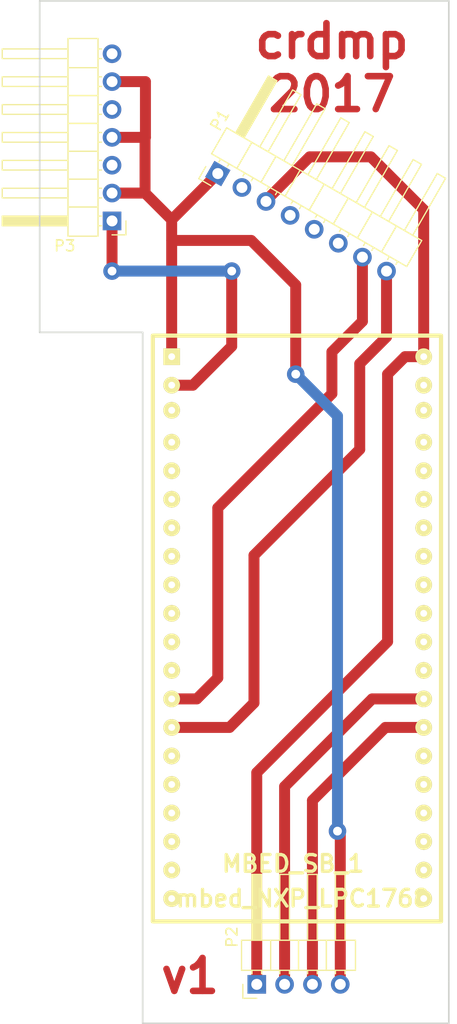
<source format=kicad_pcb>
(kicad_pcb (version 4) (host pcbnew 4.0.5)

  (general
    (links 12)
    (no_connects 0)
    (area 55.014999 64.440999 98.331291 157.809001)
    (thickness 1.6)
    (drawings 10)
    (tracks 57)
    (zones 0)
    (modules 4)
    (nets 48)
  )

  (page A4)
  (layers
    (0 F.Cu signal)
    (31 B.Cu signal)
    (32 B.Adhes user)
    (33 F.Adhes user)
    (34 B.Paste user)
    (35 F.Paste user)
    (36 B.SilkS user)
    (37 F.SilkS user)
    (38 B.Mask user)
    (39 F.Mask user)
    (40 Dwgs.User user)
    (41 Cmts.User user)
    (42 Eco1.User user)
    (43 Eco2.User user)
    (44 Edge.Cuts user)
    (45 Margin user)
    (46 B.CrtYd user)
    (47 F.CrtYd user)
    (48 B.Fab user)
    (49 F.Fab user)
  )

  (setup
    (last_trace_width 1)
    (trace_clearance 0.8)
    (zone_clearance 0.508)
    (zone_45_only no)
    (trace_min 0.2)
    (segment_width 0.2)
    (edge_width 0.15)
    (via_size 1.6)
    (via_drill 0.8)
    (via_min_size 0.4)
    (via_min_drill 0.3)
    (uvia_size 0.3)
    (uvia_drill 0.1)
    (uvias_allowed no)
    (uvia_min_size 0.2)
    (uvia_min_drill 0.1)
    (pcb_text_width 0.3)
    (pcb_text_size 1.5 1.5)
    (mod_edge_width 0.15)
    (mod_text_size 1 1)
    (mod_text_width 0.15)
    (pad_size 1.7 1.7)
    (pad_drill 1)
    (pad_to_mask_clearance 0.2)
    (aux_axis_origin 0 0)
    (visible_elements FFFFFF7F)
    (pcbplotparams
      (layerselection 0x01000_00000001)
      (usegerberextensions false)
      (excludeedgelayer true)
      (linewidth 0.100000)
      (plotframeref false)
      (viasonmask false)
      (mode 1)
      (useauxorigin false)
      (hpglpennumber 1)
      (hpglpenspeed 20)
      (hpglpendiameter 15)
      (hpglpenoverlay 2)
      (psnegative false)
      (psa4output false)
      (plotreference true)
      (plotvalue true)
      (plotinvisibletext false)
      (padsonsilk false)
      (subtractmaskfromsilk false)
      (outputformat 1)
      (mirror false)
      (drillshape 0)
      (scaleselection 1)
      (outputdirectory ""))
  )

  (net 0 "")
  (net 1 "Net-(MBED_SB_1-Pad21)")
  (net 2 "Net-(MBED_SB_1-Pad22)")
  (net 3 "Net-(MBED_SB_1-Pad23)")
  (net 4 "Net-(MBED_SB_1-Pad24)")
  (net 5 "Net-(MBED_SB_1-Pad25)")
  (net 6 "Net-(MBED_SB_1-Pad26)")
  (net 7 /SCL)
  (net 8 /SDA)
  (net 9 "Net-(MBED_SB_1-Pad29)")
  (net 10 "Net-(MBED_SB_1-Pad30)")
  (net 11 "Net-(MBED_SB_1-Pad31)")
  (net 12 "Net-(MBED_SB_1-Pad32)")
  (net 13 "Net-(MBED_SB_1-Pad33)")
  (net 14 "Net-(MBED_SB_1-Pad34)")
  (net 15 "Net-(MBED_SB_1-Pad35)")
  (net 16 "Net-(MBED_SB_1-Pad36)")
  (net 17 "Net-(MBED_SB_1-Pad37)")
  (net 18 "Net-(MBED_SB_1-Pad38)")
  (net 19 "Net-(MBED_SB_1-Pad39)")
  (net 20 +3V3)
  (net 21 GND)
  (net 22 +5V)
  (net 23 "Net-(MBED_SB_1-Pad3)")
  (net 24 "Net-(MBED_SB_1-Pad4)")
  (net 25 "Net-(MBED_SB_1-Pad5)")
  (net 26 "Net-(MBED_SB_1-Pad6)")
  (net 27 "Net-(MBED_SB_1-Pad7)")
  (net 28 "Net-(MBED_SB_1-Pad8)")
  (net 29 "Net-(MBED_SB_1-Pad9)")
  (net 30 "Net-(MBED_SB_1-Pad10)")
  (net 31 "Net-(MBED_SB_1-Pad11)")
  (net 32 "Net-(MBED_SB_1-Pad12)")
  (net 33 Rx)
  (net 34 Tx)
  (net 35 "Net-(MBED_SB_1-Pad15)")
  (net 36 "Net-(MBED_SB_1-Pad16)")
  (net 37 "Net-(MBED_SB_1-Pad17)")
  (net 38 "Net-(MBED_SB_1-Pad18)")
  (net 39 "Net-(MBED_SB_1-Pad19)")
  (net 40 "Net-(MBED_SB_1-Pad20)")
  (net 41 "Net-(P1-Pad2)")
  (net 42 "Net-(P1-Pad4)")
  (net 43 "Net-(P1-Pad5)")
  (net 44 "Net-(P1-Pad6)")
  (net 45 "Net-(P3-Pad3)")
  (net 46 "Net-(P3-Pad5)")
  (net 47 "Net-(P3-Pad7)")

  (net_class Default "This is the default net class."
    (clearance 0.8)
    (trace_width 1)
    (via_dia 1.6)
    (via_drill 0.8)
    (uvia_dia 0.3)
    (uvia_drill 0.1)
    (add_net +3V3)
    (add_net +5V)
    (add_net /SCL)
    (add_net /SDA)
    (add_net GND)
    (add_net "Net-(MBED_SB_1-Pad10)")
    (add_net "Net-(MBED_SB_1-Pad11)")
    (add_net "Net-(MBED_SB_1-Pad12)")
    (add_net "Net-(MBED_SB_1-Pad15)")
    (add_net "Net-(MBED_SB_1-Pad16)")
    (add_net "Net-(MBED_SB_1-Pad17)")
    (add_net "Net-(MBED_SB_1-Pad18)")
    (add_net "Net-(MBED_SB_1-Pad19)")
    (add_net "Net-(MBED_SB_1-Pad20)")
    (add_net "Net-(MBED_SB_1-Pad21)")
    (add_net "Net-(MBED_SB_1-Pad22)")
    (add_net "Net-(MBED_SB_1-Pad23)")
    (add_net "Net-(MBED_SB_1-Pad24)")
    (add_net "Net-(MBED_SB_1-Pad25)")
    (add_net "Net-(MBED_SB_1-Pad26)")
    (add_net "Net-(MBED_SB_1-Pad29)")
    (add_net "Net-(MBED_SB_1-Pad3)")
    (add_net "Net-(MBED_SB_1-Pad30)")
    (add_net "Net-(MBED_SB_1-Pad31)")
    (add_net "Net-(MBED_SB_1-Pad32)")
    (add_net "Net-(MBED_SB_1-Pad33)")
    (add_net "Net-(MBED_SB_1-Pad34)")
    (add_net "Net-(MBED_SB_1-Pad35)")
    (add_net "Net-(MBED_SB_1-Pad36)")
    (add_net "Net-(MBED_SB_1-Pad37)")
    (add_net "Net-(MBED_SB_1-Pad38)")
    (add_net "Net-(MBED_SB_1-Pad39)")
    (add_net "Net-(MBED_SB_1-Pad4)")
    (add_net "Net-(MBED_SB_1-Pad5)")
    (add_net "Net-(MBED_SB_1-Pad6)")
    (add_net "Net-(MBED_SB_1-Pad7)")
    (add_net "Net-(MBED_SB_1-Pad8)")
    (add_net "Net-(MBED_SB_1-Pad9)")
    (add_net "Net-(P1-Pad2)")
    (add_net "Net-(P1-Pad4)")
    (add_net "Net-(P1-Pad5)")
    (add_net "Net-(P1-Pad6)")
    (add_net "Net-(P3-Pad3)")
    (add_net "Net-(P3-Pad5)")
    (add_net "Net-(P3-Pad7)")
    (add_net Rx)
    (add_net Tx)
  )

  (module mbed:LPC1768 (layer F.Cu) (tedit 52D00E10) (tstamp 5875596A)
    (at 83.312 121.666)
    (path /58755815)
    (fp_text reference MBED_SB_1 (at -0.7493 21.51126) (layer F.SilkS)
      (effects (font (thickness 0.3048)))
    )
    (fp_text value mbed_NXP_LPC1768 (at 0.12954 24.68118) (layer F.SilkS)
      (effects (font (thickness 0.3048)))
    )
    (fp_line (start -0.39878 -26.62936) (end 12.7508 -26.62936) (layer F.SilkS) (width 0.381))
    (fp_line (start 12.7508 -26.62936) (end 12.7508 26.7716) (layer F.SilkS) (width 0.381))
    (fp_line (start 12.7508 26.7716) (end -13.54836 26.7716) (layer F.SilkS) (width 0.381))
    (fp_line (start -13.54836 26.7716) (end -13.54836 -26.62936) (layer F.SilkS) (width 0.381))
    (fp_line (start -13.54836 -26.62936) (end 0.65024 -26.62936) (layer F.SilkS) (width 0.381))
    (fp_line (start 0.65024 -26.62936) (end 0.6604 -26.62936) (layer F.SilkS) (width 0.381))
    (pad 21 thru_hole circle (at 11.17092 24.69134) (size 1.524 1.524) (drill 0.61976) (layers *.Cu *.Mask F.SilkS)
      (net 1 "Net-(MBED_SB_1-Pad21)"))
    (pad 22 thru_hole circle (at 11.17092 22.09038) (size 1.524 1.524) (drill 0.61976) (layers *.Cu *.Mask F.SilkS)
      (net 2 "Net-(MBED_SB_1-Pad22)"))
    (pad 23 thru_hole circle (at 11.17092 19.49196) (size 1.524 1.524) (drill 0.61976) (layers *.Cu *.Mask F.SilkS)
      (net 3 "Net-(MBED_SB_1-Pad23)"))
    (pad 24 thru_hole circle (at 11.17092 16.891) (size 1.524 1.524) (drill 0.61976) (layers *.Cu *.Mask F.SilkS)
      (net 4 "Net-(MBED_SB_1-Pad24)"))
    (pad 25 thru_hole circle (at 11.17092 14.29004) (size 1.524 1.524) (drill 0.61976) (layers *.Cu *.Mask F.SilkS)
      (net 5 "Net-(MBED_SB_1-Pad25)"))
    (pad 26 thru_hole circle (at 11.17092 11.69162) (size 1.524 1.524) (drill 0.61976) (layers *.Cu *.Mask F.SilkS)
      (net 6 "Net-(MBED_SB_1-Pad26)"))
    (pad 27 thru_hole circle (at 11.17092 9.09066) (size 1.524 1.524) (drill 0.61976) (layers *.Cu *.Mask F.SilkS)
      (net 7 /SCL))
    (pad 28 thru_hole circle (at 11.17092 6.4897) (size 1.524 1.524) (drill 0.61976) (layers *.Cu *.Mask F.SilkS)
      (net 8 /SDA))
    (pad 29 thru_hole circle (at 11.17092 3.89128) (size 1.524 1.524) (drill 0.61976) (layers *.Cu *.Mask F.SilkS)
      (net 9 "Net-(MBED_SB_1-Pad29)"))
    (pad 30 thru_hole circle (at 11.17092 1.29032) (size 1.524 1.524) (drill 0.61976) (layers *.Cu *.Mask F.SilkS)
      (net 10 "Net-(MBED_SB_1-Pad30)"))
    (pad 31 thru_hole circle (at 11.17092 -1.3081) (size 1.524 1.524) (drill 0.61976) (layers *.Cu *.Mask F.SilkS)
      (net 11 "Net-(MBED_SB_1-Pad31)"))
    (pad 32 thru_hole circle (at 11.17092 -3.90906) (size 1.524 1.524) (drill 0.61976) (layers *.Cu *.Mask F.SilkS)
      (net 12 "Net-(MBED_SB_1-Pad32)"))
    (pad 33 thru_hole circle (at 11.17092 -6.51002) (size 1.524 1.524) (drill 0.61976) (layers *.Cu *.Mask F.SilkS)
      (net 13 "Net-(MBED_SB_1-Pad33)"))
    (pad 34 thru_hole circle (at 11.17092 -9.10844) (size 1.524 1.524) (drill 0.61976) (layers *.Cu *.Mask F.SilkS)
      (net 14 "Net-(MBED_SB_1-Pad34)"))
    (pad 35 thru_hole circle (at 11.17092 -11.7094) (size 1.524 1.524) (drill 0.61976) (layers *.Cu *.Mask F.SilkS)
      (net 15 "Net-(MBED_SB_1-Pad35)"))
    (pad 36 thru_hole circle (at 11.17092 -14.31036) (size 1.524 1.524) (drill 0.61976) (layers *.Cu *.Mask F.SilkS)
      (net 16 "Net-(MBED_SB_1-Pad36)"))
    (pad 37 thru_hole circle (at 11.17092 -16.90878) (size 1.524 1.524) (drill 0.61976) (layers *.Cu *.Mask F.SilkS)
      (net 17 "Net-(MBED_SB_1-Pad37)"))
    (pad 38 thru_hole circle (at 11.17092 -19.81962) (size 1.524 1.524) (drill 0.61976) (layers *.Cu *.Mask F.SilkS)
      (net 18 "Net-(MBED_SB_1-Pad38)"))
    (pad 39 thru_hole circle (at 11.17092 -22.10816) (size 1.524 1.524) (drill 0.61976) (layers *.Cu *.Mask F.SilkS)
      (net 19 "Net-(MBED_SB_1-Pad39)"))
    (pad 40 thru_hole circle (at 11.17092 -24.70912) (size 1.524 1.524) (drill 0.61976) (layers *.Cu *.Mask F.SilkS)
      (net 20 +3V3))
    (pad 1 thru_hole rect (at -11.82878 -24.70912) (size 1.524 1.524) (drill 0.61976) (layers *.Cu *.Mask F.SilkS)
      (net 21 GND))
    (pad 2 thru_hole circle (at -11.82878 -22.10816) (size 1.524 1.524) (drill 0.61976) (layers *.Cu *.Mask F.SilkS)
      (net 22 +5V))
    (pad 3 thru_hole circle (at -11.82878 -19.81962) (size 1.524 1.524) (drill 0.61976) (layers *.Cu *.Mask F.SilkS)
      (net 23 "Net-(MBED_SB_1-Pad3)"))
    (pad 4 thru_hole circle (at -11.82878 -16.90878) (size 1.524 1.524) (drill 0.61976) (layers *.Cu *.Mask F.SilkS)
      (net 24 "Net-(MBED_SB_1-Pad4)"))
    (pad 5 thru_hole circle (at -11.82878 -14.31036) (size 1.524 1.524) (drill 0.61976) (layers *.Cu *.Mask F.SilkS)
      (net 25 "Net-(MBED_SB_1-Pad5)"))
    (pad 6 thru_hole circle (at -11.82878 -11.7094) (size 1.524 1.524) (drill 0.61976) (layers *.Cu *.Mask F.SilkS)
      (net 26 "Net-(MBED_SB_1-Pad6)"))
    (pad 7 thru_hole circle (at -11.82878 -9.10844) (size 1.524 1.524) (drill 0.61976) (layers *.Cu *.Mask F.SilkS)
      (net 27 "Net-(MBED_SB_1-Pad7)"))
    (pad 8 thru_hole circle (at -11.82878 -6.51002) (size 1.524 1.524) (drill 0.61976) (layers *.Cu *.Mask F.SilkS)
      (net 28 "Net-(MBED_SB_1-Pad8)"))
    (pad 9 thru_hole circle (at -11.82878 -3.90906) (size 1.524 1.524) (drill 0.61976) (layers *.Cu *.Mask F.SilkS)
      (net 29 "Net-(MBED_SB_1-Pad9)"))
    (pad 10 thru_hole circle (at -11.82878 -1.3081) (size 1.524 1.524) (drill 0.61976) (layers *.Cu *.Mask F.SilkS)
      (net 30 "Net-(MBED_SB_1-Pad10)"))
    (pad 11 thru_hole circle (at -11.82878 1.29032) (size 1.524 1.524) (drill 0.61976) (layers *.Cu *.Mask F.SilkS)
      (net 31 "Net-(MBED_SB_1-Pad11)"))
    (pad 12 thru_hole circle (at -11.82878 3.89128) (size 1.524 1.524) (drill 0.61976) (layers *.Cu *.Mask F.SilkS)
      (net 32 "Net-(MBED_SB_1-Pad12)"))
    (pad 13 thru_hole circle (at -11.82878 6.4897) (size 1.524 1.524) (drill 0.61976) (layers *.Cu *.Mask F.SilkS)
      (net 33 Rx))
    (pad 14 thru_hole circle (at -11.82878 9.09066) (size 1.524 1.524) (drill 0.61976) (layers *.Cu *.Mask F.SilkS)
      (net 34 Tx))
    (pad 15 thru_hole circle (at -11.82878 11.69162) (size 1.524 1.524) (drill 0.61976) (layers *.Cu *.Mask F.SilkS)
      (net 35 "Net-(MBED_SB_1-Pad15)"))
    (pad 16 thru_hole circle (at -11.82878 14.29004) (size 1.524 1.524) (drill 0.61976) (layers *.Cu *.Mask F.SilkS)
      (net 36 "Net-(MBED_SB_1-Pad16)"))
    (pad 17 thru_hole circle (at -11.82878 16.891) (size 1.524 1.524) (drill 0.61976) (layers *.Cu *.Mask F.SilkS)
      (net 37 "Net-(MBED_SB_1-Pad17)"))
    (pad 18 thru_hole circle (at -11.82878 19.49196) (size 1.524 1.524) (drill 0.61976) (layers *.Cu *.Mask F.SilkS)
      (net 38 "Net-(MBED_SB_1-Pad18)"))
    (pad 19 thru_hole circle (at -11.82878 22.09038) (size 1.524 1.524) (drill 0.61976) (layers *.Cu *.Mask F.SilkS)
      (net 39 "Net-(MBED_SB_1-Pad19)"))
    (pad 20 thru_hole circle (at -11.82878 24.69134) (size 1.524 1.524) (drill 0.61976) (layers *.Cu *.Mask F.SilkS)
      (net 40 "Net-(MBED_SB_1-Pad20)"))
  )

  (module Pin_Headers:Pin_Header_Angled_1x08_Pitch2.54mm (layer F.Cu) (tedit 58755A0D) (tstamp 58755A13)
    (at 75.692 80.264 60)
    (descr "Through hole angled pin header, 1x08, 2.54mm pitch, 6mm pin length, single row")
    (tags "Through hole angled pin header THT 1x08 2.54mm single row")
    (path /58756259)
    (fp_text reference P1 (at 4.315 -2.27 60) (layer F.SilkS)
      (effects (font (size 1 1) (thickness 0.15)))
    )
    (fp_text value Lora (at 4.315 20.05 60) (layer F.Fab)
      (effects (font (size 1 1) (thickness 0.15)))
    )
    (fp_line (start 1.4 -1.27) (end 1.4 1.27) (layer F.Fab) (width 0.1))
    (fp_line (start 1.4 1.27) (end 3.9 1.27) (layer F.Fab) (width 0.1))
    (fp_line (start 3.9 1.27) (end 3.9 -1.27) (layer F.Fab) (width 0.1))
    (fp_line (start 3.9 -1.27) (end 1.4 -1.27) (layer F.Fab) (width 0.1))
    (fp_line (start 0 -0.32) (end 0 0.32) (layer F.Fab) (width 0.1))
    (fp_line (start 0 0.32) (end 9.9 0.32) (layer F.Fab) (width 0.1))
    (fp_line (start 9.9 0.32) (end 9.9 -0.32) (layer F.Fab) (width 0.1))
    (fp_line (start 9.9 -0.32) (end 0 -0.32) (layer F.Fab) (width 0.1))
    (fp_line (start 1.4 1.27) (end 1.4 3.81) (layer F.Fab) (width 0.1))
    (fp_line (start 1.4 3.81) (end 3.9 3.81) (layer F.Fab) (width 0.1))
    (fp_line (start 3.9 3.81) (end 3.9 1.27) (layer F.Fab) (width 0.1))
    (fp_line (start 3.9 1.27) (end 1.4 1.27) (layer F.Fab) (width 0.1))
    (fp_line (start 0 2.22) (end 0 2.86) (layer F.Fab) (width 0.1))
    (fp_line (start 0 2.86) (end 9.9 2.86) (layer F.Fab) (width 0.1))
    (fp_line (start 9.9 2.86) (end 9.9 2.22) (layer F.Fab) (width 0.1))
    (fp_line (start 9.9 2.22) (end 0 2.22) (layer F.Fab) (width 0.1))
    (fp_line (start 1.4 3.81) (end 1.4 6.35) (layer F.Fab) (width 0.1))
    (fp_line (start 1.4 6.35) (end 3.9 6.35) (layer F.Fab) (width 0.1))
    (fp_line (start 3.9 6.35) (end 3.9 3.81) (layer F.Fab) (width 0.1))
    (fp_line (start 3.9 3.81) (end 1.4 3.81) (layer F.Fab) (width 0.1))
    (fp_line (start 0 4.76) (end 0 5.4) (layer F.Fab) (width 0.1))
    (fp_line (start 0 5.4) (end 9.9 5.4) (layer F.Fab) (width 0.1))
    (fp_line (start 9.9 5.4) (end 9.9 4.76) (layer F.Fab) (width 0.1))
    (fp_line (start 9.9 4.76) (end 0 4.76) (layer F.Fab) (width 0.1))
    (fp_line (start 1.4 6.35) (end 1.4 8.89) (layer F.Fab) (width 0.1))
    (fp_line (start 1.4 8.89) (end 3.9 8.89) (layer F.Fab) (width 0.1))
    (fp_line (start 3.9 8.89) (end 3.9 6.35) (layer F.Fab) (width 0.1))
    (fp_line (start 3.9 6.35) (end 1.4 6.35) (layer F.Fab) (width 0.1))
    (fp_line (start 0 7.3) (end 0 7.94) (layer F.Fab) (width 0.1))
    (fp_line (start 0 7.94) (end 9.9 7.94) (layer F.Fab) (width 0.1))
    (fp_line (start 9.9 7.94) (end 9.9 7.3) (layer F.Fab) (width 0.1))
    (fp_line (start 9.9 7.3) (end 0 7.3) (layer F.Fab) (width 0.1))
    (fp_line (start 1.4 8.89) (end 1.4 11.43) (layer F.Fab) (width 0.1))
    (fp_line (start 1.4 11.43) (end 3.9 11.43) (layer F.Fab) (width 0.1))
    (fp_line (start 3.9 11.43) (end 3.9 8.89) (layer F.Fab) (width 0.1))
    (fp_line (start 3.9 8.89) (end 1.4 8.89) (layer F.Fab) (width 0.1))
    (fp_line (start 0 9.84) (end 0 10.48) (layer F.Fab) (width 0.1))
    (fp_line (start 0 10.48) (end 9.9 10.48) (layer F.Fab) (width 0.1))
    (fp_line (start 9.9 10.48) (end 9.9 9.84) (layer F.Fab) (width 0.1))
    (fp_line (start 9.9 9.84) (end 0 9.84) (layer F.Fab) (width 0.1))
    (fp_line (start 1.4 11.43) (end 1.4 13.97) (layer F.Fab) (width 0.1))
    (fp_line (start 1.4 13.97) (end 3.9 13.97) (layer F.Fab) (width 0.1))
    (fp_line (start 3.9 13.97) (end 3.9 11.43) (layer F.Fab) (width 0.1))
    (fp_line (start 3.9 11.43) (end 1.4 11.43) (layer F.Fab) (width 0.1))
    (fp_line (start 0 12.38) (end 0 13.02) (layer F.Fab) (width 0.1))
    (fp_line (start 0 13.02) (end 9.9 13.02) (layer F.Fab) (width 0.1))
    (fp_line (start 9.9 13.02) (end 9.9 12.38) (layer F.Fab) (width 0.1))
    (fp_line (start 9.9 12.38) (end 0 12.38) (layer F.Fab) (width 0.1))
    (fp_line (start 1.4 13.97) (end 1.4 16.51) (layer F.Fab) (width 0.1))
    (fp_line (start 1.4 16.51) (end 3.9 16.51) (layer F.Fab) (width 0.1))
    (fp_line (start 3.9 16.51) (end 3.9 13.97) (layer F.Fab) (width 0.1))
    (fp_line (start 3.9 13.97) (end 1.4 13.97) (layer F.Fab) (width 0.1))
    (fp_line (start 0 14.92) (end 0 15.56) (layer F.Fab) (width 0.1))
    (fp_line (start 0 15.56) (end 9.9 15.56) (layer F.Fab) (width 0.1))
    (fp_line (start 9.9 15.56) (end 9.9 14.92) (layer F.Fab) (width 0.1))
    (fp_line (start 9.9 14.92) (end 0 14.92) (layer F.Fab) (width 0.1))
    (fp_line (start 1.4 16.51) (end 1.4 19.05) (layer F.Fab) (width 0.1))
    (fp_line (start 1.4 19.05) (end 3.9 19.05) (layer F.Fab) (width 0.1))
    (fp_line (start 3.9 19.05) (end 3.9 16.51) (layer F.Fab) (width 0.1))
    (fp_line (start 3.9 16.51) (end 1.4 16.51) (layer F.Fab) (width 0.1))
    (fp_line (start 0 17.46) (end 0 18.1) (layer F.Fab) (width 0.1))
    (fp_line (start 0 18.1) (end 9.9 18.1) (layer F.Fab) (width 0.1))
    (fp_line (start 9.9 18.1) (end 9.9 17.46) (layer F.Fab) (width 0.1))
    (fp_line (start 9.9 17.46) (end 0 17.46) (layer F.Fab) (width 0.1))
    (fp_line (start 1.28 -1.39) (end 1.28 1.27) (layer F.SilkS) (width 0.12))
    (fp_line (start 1.28 1.27) (end 4.02 1.27) (layer F.SilkS) (width 0.12))
    (fp_line (start 4.02 1.27) (end 4.02 -1.39) (layer F.SilkS) (width 0.12))
    (fp_line (start 4.02 -1.39) (end 1.28 -1.39) (layer F.SilkS) (width 0.12))
    (fp_line (start 4.02 -0.44) (end 4.02 0.44) (layer F.SilkS) (width 0.12))
    (fp_line (start 4.02 0.44) (end 10.02 0.44) (layer F.SilkS) (width 0.12))
    (fp_line (start 10.02 0.44) (end 10.02 -0.44) (layer F.SilkS) (width 0.12))
    (fp_line (start 10.02 -0.44) (end 4.02 -0.44) (layer F.SilkS) (width 0.12))
    (fp_line (start 0.97 -0.44) (end 1.28 -0.44) (layer F.SilkS) (width 0.12))
    (fp_line (start 0.97 0.44) (end 1.28 0.44) (layer F.SilkS) (width 0.12))
    (fp_line (start 4.02 -0.32) (end 10.02 -0.32) (layer F.SilkS) (width 0.12))
    (fp_line (start 4.02 -0.2) (end 10.02 -0.2) (layer F.SilkS) (width 0.12))
    (fp_line (start 4.02 -0.08) (end 10.02 -0.08) (layer F.SilkS) (width 0.12))
    (fp_line (start 4.02 0.04) (end 10.02 0.04) (layer F.SilkS) (width 0.12))
    (fp_line (start 4.02 0.16) (end 10.02 0.16) (layer F.SilkS) (width 0.12))
    (fp_line (start 4.02 0.28) (end 10.02 0.28) (layer F.SilkS) (width 0.12))
    (fp_line (start 4.02 0.4) (end 10.02 0.4) (layer F.SilkS) (width 0.12))
    (fp_line (start 1.28 1.27) (end 1.28 3.81) (layer F.SilkS) (width 0.12))
    (fp_line (start 1.28 3.81) (end 4.02 3.81) (layer F.SilkS) (width 0.12))
    (fp_line (start 4.02 3.81) (end 4.02 1.27) (layer F.SilkS) (width 0.12))
    (fp_line (start 4.02 1.27) (end 1.28 1.27) (layer F.SilkS) (width 0.12))
    (fp_line (start 4.02 2.1) (end 4.02 2.98) (layer F.SilkS) (width 0.12))
    (fp_line (start 4.02 2.98) (end 10.02 2.98) (layer F.SilkS) (width 0.12))
    (fp_line (start 10.02 2.98) (end 10.02 2.1) (layer F.SilkS) (width 0.12))
    (fp_line (start 10.02 2.1) (end 4.02 2.1) (layer F.SilkS) (width 0.12))
    (fp_line (start 0.97 2.1) (end 1.28 2.1) (layer F.SilkS) (width 0.12))
    (fp_line (start 0.97 2.98) (end 1.28 2.98) (layer F.SilkS) (width 0.12))
    (fp_line (start 1.28 3.81) (end 1.28 6.35) (layer F.SilkS) (width 0.12))
    (fp_line (start 1.28 6.35) (end 4.02 6.35) (layer F.SilkS) (width 0.12))
    (fp_line (start 4.02 6.35) (end 4.02 3.81) (layer F.SilkS) (width 0.12))
    (fp_line (start 4.02 3.81) (end 1.28 3.81) (layer F.SilkS) (width 0.12))
    (fp_line (start 4.02 4.64) (end 4.02 5.52) (layer F.SilkS) (width 0.12))
    (fp_line (start 4.02 5.52) (end 10.02 5.52) (layer F.SilkS) (width 0.12))
    (fp_line (start 10.02 5.52) (end 10.02 4.64) (layer F.SilkS) (width 0.12))
    (fp_line (start 10.02 4.64) (end 4.02 4.64) (layer F.SilkS) (width 0.12))
    (fp_line (start 0.97 4.64) (end 1.28 4.64) (layer F.SilkS) (width 0.12))
    (fp_line (start 0.97 5.52) (end 1.28 5.52) (layer F.SilkS) (width 0.12))
    (fp_line (start 1.28 6.35) (end 1.28 8.89) (layer F.SilkS) (width 0.12))
    (fp_line (start 1.28 8.89) (end 4.02 8.89) (layer F.SilkS) (width 0.12))
    (fp_line (start 4.02 8.89) (end 4.02 6.35) (layer F.SilkS) (width 0.12))
    (fp_line (start 4.02 6.35) (end 1.28 6.35) (layer F.SilkS) (width 0.12))
    (fp_line (start 4.02 7.18) (end 4.02 8.06) (layer F.SilkS) (width 0.12))
    (fp_line (start 4.02 8.06) (end 10.02 8.06) (layer F.SilkS) (width 0.12))
    (fp_line (start 10.02 8.06) (end 10.02 7.18) (layer F.SilkS) (width 0.12))
    (fp_line (start 10.02 7.18) (end 4.02 7.18) (layer F.SilkS) (width 0.12))
    (fp_line (start 0.97 7.18) (end 1.28 7.18) (layer F.SilkS) (width 0.12))
    (fp_line (start 0.97 8.06) (end 1.28 8.06) (layer F.SilkS) (width 0.12))
    (fp_line (start 1.28 8.89) (end 1.28 11.43) (layer F.SilkS) (width 0.12))
    (fp_line (start 1.28 11.43) (end 4.02 11.43) (layer F.SilkS) (width 0.12))
    (fp_line (start 4.02 11.43) (end 4.02 8.89) (layer F.SilkS) (width 0.12))
    (fp_line (start 4.02 8.89) (end 1.28 8.89) (layer F.SilkS) (width 0.12))
    (fp_line (start 4.02 9.72) (end 4.02 10.6) (layer F.SilkS) (width 0.12))
    (fp_line (start 4.02 10.6) (end 10.02 10.6) (layer F.SilkS) (width 0.12))
    (fp_line (start 10.02 10.6) (end 10.02 9.72) (layer F.SilkS) (width 0.12))
    (fp_line (start 10.02 9.72) (end 4.02 9.72) (layer F.SilkS) (width 0.12))
    (fp_line (start 0.97 9.72) (end 1.28 9.72) (layer F.SilkS) (width 0.12))
    (fp_line (start 0.97 10.6) (end 1.28 10.6) (layer F.SilkS) (width 0.12))
    (fp_line (start 1.28 11.43) (end 1.28 13.97) (layer F.SilkS) (width 0.12))
    (fp_line (start 1.28 13.97) (end 4.02 13.97) (layer F.SilkS) (width 0.12))
    (fp_line (start 4.02 13.97) (end 4.02 11.43) (layer F.SilkS) (width 0.12))
    (fp_line (start 4.02 11.43) (end 1.28 11.43) (layer F.SilkS) (width 0.12))
    (fp_line (start 4.02 12.26) (end 4.02 13.14) (layer F.SilkS) (width 0.12))
    (fp_line (start 4.02 13.14) (end 10.02 13.14) (layer F.SilkS) (width 0.12))
    (fp_line (start 10.02 13.14) (end 10.02 12.26) (layer F.SilkS) (width 0.12))
    (fp_line (start 10.02 12.26) (end 4.02 12.26) (layer F.SilkS) (width 0.12))
    (fp_line (start 0.97 12.26) (end 1.28 12.26) (layer F.SilkS) (width 0.12))
    (fp_line (start 0.97 13.14) (end 1.28 13.14) (layer F.SilkS) (width 0.12))
    (fp_line (start 1.28 13.97) (end 1.28 16.51) (layer F.SilkS) (width 0.12))
    (fp_line (start 1.28 16.51) (end 4.02 16.51) (layer F.SilkS) (width 0.12))
    (fp_line (start 4.02 16.51) (end 4.02 13.97) (layer F.SilkS) (width 0.12))
    (fp_line (start 4.02 13.97) (end 1.28 13.97) (layer F.SilkS) (width 0.12))
    (fp_line (start 4.02 14.8) (end 4.02 15.68) (layer F.SilkS) (width 0.12))
    (fp_line (start 4.02 15.68) (end 10.02 15.68) (layer F.SilkS) (width 0.12))
    (fp_line (start 10.02 15.68) (end 10.02 14.8) (layer F.SilkS) (width 0.12))
    (fp_line (start 10.02 14.8) (end 4.02 14.8) (layer F.SilkS) (width 0.12))
    (fp_line (start 0.97 14.8) (end 1.28 14.8) (layer F.SilkS) (width 0.12))
    (fp_line (start 0.97 15.68) (end 1.28 15.68) (layer F.SilkS) (width 0.12))
    (fp_line (start 1.28 16.51) (end 1.28 19.17) (layer F.SilkS) (width 0.12))
    (fp_line (start 1.28 19.17) (end 4.02 19.17) (layer F.SilkS) (width 0.12))
    (fp_line (start 4.02 19.17) (end 4.02 16.51) (layer F.SilkS) (width 0.12))
    (fp_line (start 4.02 16.51) (end 1.28 16.51) (layer F.SilkS) (width 0.12))
    (fp_line (start 4.02 17.34) (end 4.02 18.22) (layer F.SilkS) (width 0.12))
    (fp_line (start 4.02 18.22) (end 10.02 18.22) (layer F.SilkS) (width 0.12))
    (fp_line (start 10.02 18.22) (end 10.02 17.34) (layer F.SilkS) (width 0.12))
    (fp_line (start 10.02 17.34) (end 4.02 17.34) (layer F.SilkS) (width 0.12))
    (fp_line (start 0.97 17.34) (end 1.28 17.34) (layer F.SilkS) (width 0.12))
    (fp_line (start 0.97 18.22) (end 1.28 18.22) (layer F.SilkS) (width 0.12))
    (fp_line (start -1.27 0) (end -1.27 -1.27) (layer F.SilkS) (width 0.12))
    (fp_line (start -1.27 -1.27) (end 0 -1.27) (layer F.SilkS) (width 0.12))
    (fp_line (start -1.6 -1.6) (end -1.6 19.3) (layer F.CrtYd) (width 0.05))
    (fp_line (start -1.6 19.3) (end 10.2 19.3) (layer F.CrtYd) (width 0.05))
    (fp_line (start 10.2 19.3) (end 10.2 -1.6) (layer F.CrtYd) (width 0.05))
    (fp_line (start 10.2 -1.6) (end -1.6 -1.6) (layer F.CrtYd) (width 0.05))
    (pad 1 thru_hole rect (at 0 0 60) (size 1.7 1.7) (drill 1) (layers *.Cu *.Mask)
      (net 21 GND))
    (pad 2 thru_hole oval (at 0 2.54 60) (size 1.7 1.7) (drill 1) (layers *.Cu *.Mask)
      (net 41 "Net-(P1-Pad2)"))
    (pad 3 thru_hole oval (at 0 5.08 60) (size 1.7 1.7) (drill 1) (layers *.Cu *.Mask)
      (net 20 +3V3))
    (pad 4 thru_hole oval (at 0 7.62 60) (size 1.7 1.7) (drill 1) (layers *.Cu *.Mask)
      (net 42 "Net-(P1-Pad4)"))
    (pad 5 thru_hole oval (at 0 10.16 60) (size 1.7 1.7) (drill 1) (layers *.Cu *.Mask)
      (net 43 "Net-(P1-Pad5)"))
    (pad 6 thru_hole oval (at 0 12.7 60) (size 1.7 1.7) (drill 1) (layers *.Cu *.Mask)
      (net 44 "Net-(P1-Pad6)"))
    (pad 7 thru_hole oval (at 0 15.24 60) (size 1.7 1.7) (drill 1) (layers *.Cu *.Mask)
      (net 33 Rx))
    (pad 8 thru_hole oval (at 0 17.78 60) (size 1.7 1.7) (drill 1) (layers *.Cu *.Mask)
      (net 34 Tx))
    (model Pin_Headers.3dshapes/Pin_Header_Angled_1x08_Pitch2.54mm.wrl
      (at (xyz 0 -0.35 0))
      (scale (xyz 1 1 1))
      (rotate (xyz 0 0 90))
    )
  )

  (module Pin_Headers:Pin_Header_Angled_1x04_Pitch2.54mm (layer F.Cu) (tedit 58755A12) (tstamp 58755A70)
    (at 79.248 154.178 90)
    (descr "Through hole angled pin header, 1x04, 2.54mm pitch, 6mm pin length, single row")
    (tags "Through hole angled pin header THT 1x04 2.54mm single row")
    (path /58753F8F)
    (fp_text reference P2 (at 4.315 -2.27 90) (layer F.SilkS)
      (effects (font (size 1 1) (thickness 0.15)))
    )
    (fp_text value Sensor (at 4.315 9.89 90) (layer F.Fab)
      (effects (font (size 1 1) (thickness 0.15)))
    )
    (fp_line (start 1.4 -1.27) (end 1.4 1.27) (layer F.Fab) (width 0.1))
    (fp_line (start 1.4 1.27) (end 3.9 1.27) (layer F.Fab) (width 0.1))
    (fp_line (start 3.9 1.27) (end 3.9 -1.27) (layer F.Fab) (width 0.1))
    (fp_line (start 3.9 -1.27) (end 1.4 -1.27) (layer F.Fab) (width 0.1))
    (fp_line (start 0 -0.32) (end 0 0.32) (layer F.Fab) (width 0.1))
    (fp_line (start 0 0.32) (end 9.9 0.32) (layer F.Fab) (width 0.1))
    (fp_line (start 9.9 0.32) (end 9.9 -0.32) (layer F.Fab) (width 0.1))
    (fp_line (start 9.9 -0.32) (end 0 -0.32) (layer F.Fab) (width 0.1))
    (fp_line (start 1.4 1.27) (end 1.4 3.81) (layer F.Fab) (width 0.1))
    (fp_line (start 1.4 3.81) (end 3.9 3.81) (layer F.Fab) (width 0.1))
    (fp_line (start 3.9 3.81) (end 3.9 1.27) (layer F.Fab) (width 0.1))
    (fp_line (start 3.9 1.27) (end 1.4 1.27) (layer F.Fab) (width 0.1))
    (fp_line (start 0 2.22) (end 0 2.86) (layer F.Fab) (width 0.1))
    (fp_line (start 0 2.86) (end 9.9 2.86) (layer F.Fab) (width 0.1))
    (fp_line (start 9.9 2.86) (end 9.9 2.22) (layer F.Fab) (width 0.1))
    (fp_line (start 9.9 2.22) (end 0 2.22) (layer F.Fab) (width 0.1))
    (fp_line (start 1.4 3.81) (end 1.4 6.35) (layer F.Fab) (width 0.1))
    (fp_line (start 1.4 6.35) (end 3.9 6.35) (layer F.Fab) (width 0.1))
    (fp_line (start 3.9 6.35) (end 3.9 3.81) (layer F.Fab) (width 0.1))
    (fp_line (start 3.9 3.81) (end 1.4 3.81) (layer F.Fab) (width 0.1))
    (fp_line (start 0 4.76) (end 0 5.4) (layer F.Fab) (width 0.1))
    (fp_line (start 0 5.4) (end 9.9 5.4) (layer F.Fab) (width 0.1))
    (fp_line (start 9.9 5.4) (end 9.9 4.76) (layer F.Fab) (width 0.1))
    (fp_line (start 9.9 4.76) (end 0 4.76) (layer F.Fab) (width 0.1))
    (fp_line (start 1.4 6.35) (end 1.4 8.89) (layer F.Fab) (width 0.1))
    (fp_line (start 1.4 8.89) (end 3.9 8.89) (layer F.Fab) (width 0.1))
    (fp_line (start 3.9 8.89) (end 3.9 6.35) (layer F.Fab) (width 0.1))
    (fp_line (start 3.9 6.35) (end 1.4 6.35) (layer F.Fab) (width 0.1))
    (fp_line (start 0 7.3) (end 0 7.94) (layer F.Fab) (width 0.1))
    (fp_line (start 0 7.94) (end 9.9 7.94) (layer F.Fab) (width 0.1))
    (fp_line (start 9.9 7.94) (end 9.9 7.3) (layer F.Fab) (width 0.1))
    (fp_line (start 9.9 7.3) (end 0 7.3) (layer F.Fab) (width 0.1))
    (fp_line (start 1.28 -1.39) (end 1.28 1.27) (layer F.SilkS) (width 0.12))
    (fp_line (start 1.28 1.27) (end 4.02 1.27) (layer F.SilkS) (width 0.12))
    (fp_line (start 4.02 1.27) (end 4.02 -1.39) (layer F.SilkS) (width 0.12))
    (fp_line (start 4.02 -1.39) (end 1.28 -1.39) (layer F.SilkS) (width 0.12))
    (fp_line (start 4.02 -0.44) (end 4.02 0.44) (layer F.SilkS) (width 0.12))
    (fp_line (start 4.02 0.44) (end 10.02 0.44) (layer F.SilkS) (width 0.12))
    (fp_line (start 10.02 0.44) (end 10.02 -0.44) (layer F.SilkS) (width 0.12))
    (fp_line (start 10.02 -0.44) (end 4.02 -0.44) (layer F.SilkS) (width 0.12))
    (fp_line (start 0.97 -0.44) (end 1.28 -0.44) (layer F.SilkS) (width 0.12))
    (fp_line (start 0.97 0.44) (end 1.28 0.44) (layer F.SilkS) (width 0.12))
    (fp_line (start 4.02 -0.32) (end 10.02 -0.32) (layer F.SilkS) (width 0.12))
    (fp_line (start 4.02 -0.2) (end 10.02 -0.2) (layer F.SilkS) (width 0.12))
    (fp_line (start 4.02 -0.08) (end 10.02 -0.08) (layer F.SilkS) (width 0.12))
    (fp_line (start 4.02 0.04) (end 10.02 0.04) (layer F.SilkS) (width 0.12))
    (fp_line (start 4.02 0.16) (end 10.02 0.16) (layer F.SilkS) (width 0.12))
    (fp_line (start 4.02 0.28) (end 10.02 0.28) (layer F.SilkS) (width 0.12))
    (fp_line (start 4.02 0.4) (end 10.02 0.4) (layer F.SilkS) (width 0.12))
    (fp_line (start 1.28 1.27) (end 1.28 3.81) (layer F.SilkS) (width 0.12))
    (fp_line (start 1.28 3.81) (end 4.02 3.81) (layer F.SilkS) (width 0.12))
    (fp_line (start 4.02 3.81) (end 4.02 1.27) (layer F.SilkS) (width 0.12))
    (fp_line (start 4.02 1.27) (end 1.28 1.27) (layer F.SilkS) (width 0.12))
    (fp_line (start 4.02 2.1) (end 4.02 2.98) (layer F.SilkS) (width 0.12))
    (fp_line (start 4.02 2.98) (end 10.02 2.98) (layer F.SilkS) (width 0.12))
    (fp_line (start 10.02 2.98) (end 10.02 2.1) (layer F.SilkS) (width 0.12))
    (fp_line (start 10.02 2.1) (end 4.02 2.1) (layer F.SilkS) (width 0.12))
    (fp_line (start 0.97 2.1) (end 1.28 2.1) (layer F.SilkS) (width 0.12))
    (fp_line (start 0.97 2.98) (end 1.28 2.98) (layer F.SilkS) (width 0.12))
    (fp_line (start 1.28 3.81) (end 1.28 6.35) (layer F.SilkS) (width 0.12))
    (fp_line (start 1.28 6.35) (end 4.02 6.35) (layer F.SilkS) (width 0.12))
    (fp_line (start 4.02 6.35) (end 4.02 3.81) (layer F.SilkS) (width 0.12))
    (fp_line (start 4.02 3.81) (end 1.28 3.81) (layer F.SilkS) (width 0.12))
    (fp_line (start 4.02 4.64) (end 4.02 5.52) (layer F.SilkS) (width 0.12))
    (fp_line (start 4.02 5.52) (end 10.02 5.52) (layer F.SilkS) (width 0.12))
    (fp_line (start 10.02 5.52) (end 10.02 4.64) (layer F.SilkS) (width 0.12))
    (fp_line (start 10.02 4.64) (end 4.02 4.64) (layer F.SilkS) (width 0.12))
    (fp_line (start 0.97 4.64) (end 1.28 4.64) (layer F.SilkS) (width 0.12))
    (fp_line (start 0.97 5.52) (end 1.28 5.52) (layer F.SilkS) (width 0.12))
    (fp_line (start 1.28 6.35) (end 1.28 9.01) (layer F.SilkS) (width 0.12))
    (fp_line (start 1.28 9.01) (end 4.02 9.01) (layer F.SilkS) (width 0.12))
    (fp_line (start 4.02 9.01) (end 4.02 6.35) (layer F.SilkS) (width 0.12))
    (fp_line (start 4.02 6.35) (end 1.28 6.35) (layer F.SilkS) (width 0.12))
    (fp_line (start 4.02 7.18) (end 4.02 8.06) (layer F.SilkS) (width 0.12))
    (fp_line (start 4.02 8.06) (end 10.02 8.06) (layer F.SilkS) (width 0.12))
    (fp_line (start 10.02 8.06) (end 10.02 7.18) (layer F.SilkS) (width 0.12))
    (fp_line (start 10.02 7.18) (end 4.02 7.18) (layer F.SilkS) (width 0.12))
    (fp_line (start 0.97 7.18) (end 1.28 7.18) (layer F.SilkS) (width 0.12))
    (fp_line (start 0.97 8.06) (end 1.28 8.06) (layer F.SilkS) (width 0.12))
    (fp_line (start -1.27 0) (end -1.27 -1.27) (layer F.SilkS) (width 0.12))
    (fp_line (start -1.27 -1.27) (end 0 -1.27) (layer F.SilkS) (width 0.12))
    (fp_line (start -1.6 -1.6) (end -1.6 9.2) (layer F.CrtYd) (width 0.05))
    (fp_line (start -1.6 9.2) (end 10.2 9.2) (layer F.CrtYd) (width 0.05))
    (fp_line (start 10.2 9.2) (end 10.2 -1.6) (layer F.CrtYd) (width 0.05))
    (fp_line (start 10.2 -1.6) (end -1.6 -1.6) (layer F.CrtYd) (width 0.05))
    (pad 1 thru_hole rect (at 0 0 90) (size 1.7 1.7) (drill 1) (layers *.Cu *.Mask)
      (net 20 +3V3))
    (pad 2 thru_hole oval (at 0 2.54 90) (size 1.7 1.7) (drill 1) (layers *.Cu *.Mask)
      (net 8 /SDA))
    (pad 3 thru_hole oval (at 0 5.08 90) (size 1.7 1.7) (drill 1) (layers *.Cu *.Mask)
      (net 7 /SCL))
    (pad 4 thru_hole oval (at 0 7.62 90) (size 1.7 1.7) (drill 1) (layers *.Cu *.Mask)
      (net 21 GND))
    (model Pin_Headers.3dshapes/Pin_Header_Angled_1x04_Pitch2.54mm.wrl
      (at (xyz 0 -0.15 0))
      (scale (xyz 1 1 1))
      (rotate (xyz 0 0 90))
    )
  )

  (module Pin_Headers:Pin_Header_Angled_1x07_Pitch2.54mm (layer F.Cu) (tedit 587559E3) (tstamp 58755B06)
    (at 66.04 84.582 180)
    (descr "Through hole angled pin header, 1x07, 2.54mm pitch, 6mm pin length, single row")
    (tags "Through hole angled pin header THT 1x07 2.54mm single row")
    (path /5875417D)
    (fp_text reference P3 (at 4.315 -2.27 180) (layer F.SilkS)
      (effects (font (size 1 1) (thickness 0.15)))
    )
    (fp_text value Charger (at 4.315 17.51 180) (layer F.Fab)
      (effects (font (size 1 1) (thickness 0.15)))
    )
    (fp_line (start 1.4 -1.27) (end 1.4 1.27) (layer F.Fab) (width 0.1))
    (fp_line (start 1.4 1.27) (end 3.9 1.27) (layer F.Fab) (width 0.1))
    (fp_line (start 3.9 1.27) (end 3.9 -1.27) (layer F.Fab) (width 0.1))
    (fp_line (start 3.9 -1.27) (end 1.4 -1.27) (layer F.Fab) (width 0.1))
    (fp_line (start 0 -0.32) (end 0 0.32) (layer F.Fab) (width 0.1))
    (fp_line (start 0 0.32) (end 9.9 0.32) (layer F.Fab) (width 0.1))
    (fp_line (start 9.9 0.32) (end 9.9 -0.32) (layer F.Fab) (width 0.1))
    (fp_line (start 9.9 -0.32) (end 0 -0.32) (layer F.Fab) (width 0.1))
    (fp_line (start 1.4 1.27) (end 1.4 3.81) (layer F.Fab) (width 0.1))
    (fp_line (start 1.4 3.81) (end 3.9 3.81) (layer F.Fab) (width 0.1))
    (fp_line (start 3.9 3.81) (end 3.9 1.27) (layer F.Fab) (width 0.1))
    (fp_line (start 3.9 1.27) (end 1.4 1.27) (layer F.Fab) (width 0.1))
    (fp_line (start 0 2.22) (end 0 2.86) (layer F.Fab) (width 0.1))
    (fp_line (start 0 2.86) (end 9.9 2.86) (layer F.Fab) (width 0.1))
    (fp_line (start 9.9 2.86) (end 9.9 2.22) (layer F.Fab) (width 0.1))
    (fp_line (start 9.9 2.22) (end 0 2.22) (layer F.Fab) (width 0.1))
    (fp_line (start 1.4 3.81) (end 1.4 6.35) (layer F.Fab) (width 0.1))
    (fp_line (start 1.4 6.35) (end 3.9 6.35) (layer F.Fab) (width 0.1))
    (fp_line (start 3.9 6.35) (end 3.9 3.81) (layer F.Fab) (width 0.1))
    (fp_line (start 3.9 3.81) (end 1.4 3.81) (layer F.Fab) (width 0.1))
    (fp_line (start 0 4.76) (end 0 5.4) (layer F.Fab) (width 0.1))
    (fp_line (start 0 5.4) (end 9.9 5.4) (layer F.Fab) (width 0.1))
    (fp_line (start 9.9 5.4) (end 9.9 4.76) (layer F.Fab) (width 0.1))
    (fp_line (start 9.9 4.76) (end 0 4.76) (layer F.Fab) (width 0.1))
    (fp_line (start 1.4 6.35) (end 1.4 8.89) (layer F.Fab) (width 0.1))
    (fp_line (start 1.4 8.89) (end 3.9 8.89) (layer F.Fab) (width 0.1))
    (fp_line (start 3.9 8.89) (end 3.9 6.35) (layer F.Fab) (width 0.1))
    (fp_line (start 3.9 6.35) (end 1.4 6.35) (layer F.Fab) (width 0.1))
    (fp_line (start 0 7.3) (end 0 7.94) (layer F.Fab) (width 0.1))
    (fp_line (start 0 7.94) (end 9.9 7.94) (layer F.Fab) (width 0.1))
    (fp_line (start 9.9 7.94) (end 9.9 7.3) (layer F.Fab) (width 0.1))
    (fp_line (start 9.9 7.3) (end 0 7.3) (layer F.Fab) (width 0.1))
    (fp_line (start 1.4 8.89) (end 1.4 11.43) (layer F.Fab) (width 0.1))
    (fp_line (start 1.4 11.43) (end 3.9 11.43) (layer F.Fab) (width 0.1))
    (fp_line (start 3.9 11.43) (end 3.9 8.89) (layer F.Fab) (width 0.1))
    (fp_line (start 3.9 8.89) (end 1.4 8.89) (layer F.Fab) (width 0.1))
    (fp_line (start 0 9.84) (end 0 10.48) (layer F.Fab) (width 0.1))
    (fp_line (start 0 10.48) (end 9.9 10.48) (layer F.Fab) (width 0.1))
    (fp_line (start 9.9 10.48) (end 9.9 9.84) (layer F.Fab) (width 0.1))
    (fp_line (start 9.9 9.84) (end 0 9.84) (layer F.Fab) (width 0.1))
    (fp_line (start 1.4 11.43) (end 1.4 13.97) (layer F.Fab) (width 0.1))
    (fp_line (start 1.4 13.97) (end 3.9 13.97) (layer F.Fab) (width 0.1))
    (fp_line (start 3.9 13.97) (end 3.9 11.43) (layer F.Fab) (width 0.1))
    (fp_line (start 3.9 11.43) (end 1.4 11.43) (layer F.Fab) (width 0.1))
    (fp_line (start 0 12.38) (end 0 13.02) (layer F.Fab) (width 0.1))
    (fp_line (start 0 13.02) (end 9.9 13.02) (layer F.Fab) (width 0.1))
    (fp_line (start 9.9 13.02) (end 9.9 12.38) (layer F.Fab) (width 0.1))
    (fp_line (start 9.9 12.38) (end 0 12.38) (layer F.Fab) (width 0.1))
    (fp_line (start 1.4 13.97) (end 1.4 16.51) (layer F.Fab) (width 0.1))
    (fp_line (start 1.4 16.51) (end 3.9 16.51) (layer F.Fab) (width 0.1))
    (fp_line (start 3.9 16.51) (end 3.9 13.97) (layer F.Fab) (width 0.1))
    (fp_line (start 3.9 13.97) (end 1.4 13.97) (layer F.Fab) (width 0.1))
    (fp_line (start 0 14.92) (end 0 15.56) (layer F.Fab) (width 0.1))
    (fp_line (start 0 15.56) (end 9.9 15.56) (layer F.Fab) (width 0.1))
    (fp_line (start 9.9 15.56) (end 9.9 14.92) (layer F.Fab) (width 0.1))
    (fp_line (start 9.9 14.92) (end 0 14.92) (layer F.Fab) (width 0.1))
    (fp_line (start 1.28 -1.39) (end 1.28 1.27) (layer F.SilkS) (width 0.12))
    (fp_line (start 1.28 1.27) (end 4.02 1.27) (layer F.SilkS) (width 0.12))
    (fp_line (start 4.02 1.27) (end 4.02 -1.39) (layer F.SilkS) (width 0.12))
    (fp_line (start 4.02 -1.39) (end 1.28 -1.39) (layer F.SilkS) (width 0.12))
    (fp_line (start 4.02 -0.44) (end 4.02 0.44) (layer F.SilkS) (width 0.12))
    (fp_line (start 4.02 0.44) (end 10.02 0.44) (layer F.SilkS) (width 0.12))
    (fp_line (start 10.02 0.44) (end 10.02 -0.44) (layer F.SilkS) (width 0.12))
    (fp_line (start 10.02 -0.44) (end 4.02 -0.44) (layer F.SilkS) (width 0.12))
    (fp_line (start 0.97 -0.44) (end 1.28 -0.44) (layer F.SilkS) (width 0.12))
    (fp_line (start 0.97 0.44) (end 1.28 0.44) (layer F.SilkS) (width 0.12))
    (fp_line (start 4.02 -0.32) (end 10.02 -0.32) (layer F.SilkS) (width 0.12))
    (fp_line (start 4.02 -0.2) (end 10.02 -0.2) (layer F.SilkS) (width 0.12))
    (fp_line (start 4.02 -0.08) (end 10.02 -0.08) (layer F.SilkS) (width 0.12))
    (fp_line (start 4.02 0.04) (end 10.02 0.04) (layer F.SilkS) (width 0.12))
    (fp_line (start 4.02 0.16) (end 10.02 0.16) (layer F.SilkS) (width 0.12))
    (fp_line (start 4.02 0.28) (end 10.02 0.28) (layer F.SilkS) (width 0.12))
    (fp_line (start 4.02 0.4) (end 10.02 0.4) (layer F.SilkS) (width 0.12))
    (fp_line (start 1.28 1.27) (end 1.28 3.81) (layer F.SilkS) (width 0.12))
    (fp_line (start 1.28 3.81) (end 4.02 3.81) (layer F.SilkS) (width 0.12))
    (fp_line (start 4.02 3.81) (end 4.02 1.27) (layer F.SilkS) (width 0.12))
    (fp_line (start 4.02 1.27) (end 1.28 1.27) (layer F.SilkS) (width 0.12))
    (fp_line (start 4.02 2.1) (end 4.02 2.98) (layer F.SilkS) (width 0.12))
    (fp_line (start 4.02 2.98) (end 10.02 2.98) (layer F.SilkS) (width 0.12))
    (fp_line (start 10.02 2.98) (end 10.02 2.1) (layer F.SilkS) (width 0.12))
    (fp_line (start 10.02 2.1) (end 4.02 2.1) (layer F.SilkS) (width 0.12))
    (fp_line (start 0.97 2.1) (end 1.28 2.1) (layer F.SilkS) (width 0.12))
    (fp_line (start 0.97 2.98) (end 1.28 2.98) (layer F.SilkS) (width 0.12))
    (fp_line (start 1.28 3.81) (end 1.28 6.35) (layer F.SilkS) (width 0.12))
    (fp_line (start 1.28 6.35) (end 4.02 6.35) (layer F.SilkS) (width 0.12))
    (fp_line (start 4.02 6.35) (end 4.02 3.81) (layer F.SilkS) (width 0.12))
    (fp_line (start 4.02 3.81) (end 1.28 3.81) (layer F.SilkS) (width 0.12))
    (fp_line (start 4.02 4.64) (end 4.02 5.52) (layer F.SilkS) (width 0.12))
    (fp_line (start 4.02 5.52) (end 10.02 5.52) (layer F.SilkS) (width 0.12))
    (fp_line (start 10.02 5.52) (end 10.02 4.64) (layer F.SilkS) (width 0.12))
    (fp_line (start 10.02 4.64) (end 4.02 4.64) (layer F.SilkS) (width 0.12))
    (fp_line (start 0.97 4.64) (end 1.28 4.64) (layer F.SilkS) (width 0.12))
    (fp_line (start 0.97 5.52) (end 1.28 5.52) (layer F.SilkS) (width 0.12))
    (fp_line (start 1.28 6.35) (end 1.28 8.89) (layer F.SilkS) (width 0.12))
    (fp_line (start 1.28 8.89) (end 4.02 8.89) (layer F.SilkS) (width 0.12))
    (fp_line (start 4.02 8.89) (end 4.02 6.35) (layer F.SilkS) (width 0.12))
    (fp_line (start 4.02 6.35) (end 1.28 6.35) (layer F.SilkS) (width 0.12))
    (fp_line (start 4.02 7.18) (end 4.02 8.06) (layer F.SilkS) (width 0.12))
    (fp_line (start 4.02 8.06) (end 10.02 8.06) (layer F.SilkS) (width 0.12))
    (fp_line (start 10.02 8.06) (end 10.02 7.18) (layer F.SilkS) (width 0.12))
    (fp_line (start 10.02 7.18) (end 4.02 7.18) (layer F.SilkS) (width 0.12))
    (fp_line (start 0.97 7.18) (end 1.28 7.18) (layer F.SilkS) (width 0.12))
    (fp_line (start 0.97 8.06) (end 1.28 8.06) (layer F.SilkS) (width 0.12))
    (fp_line (start 1.28 8.89) (end 1.28 11.43) (layer F.SilkS) (width 0.12))
    (fp_line (start 1.28 11.43) (end 4.02 11.43) (layer F.SilkS) (width 0.12))
    (fp_line (start 4.02 11.43) (end 4.02 8.89) (layer F.SilkS) (width 0.12))
    (fp_line (start 4.02 8.89) (end 1.28 8.89) (layer F.SilkS) (width 0.12))
    (fp_line (start 4.02 9.72) (end 4.02 10.6) (layer F.SilkS) (width 0.12))
    (fp_line (start 4.02 10.6) (end 10.02 10.6) (layer F.SilkS) (width 0.12))
    (fp_line (start 10.02 10.6) (end 10.02 9.72) (layer F.SilkS) (width 0.12))
    (fp_line (start 10.02 9.72) (end 4.02 9.72) (layer F.SilkS) (width 0.12))
    (fp_line (start 0.97 9.72) (end 1.28 9.72) (layer F.SilkS) (width 0.12))
    (fp_line (start 0.97 10.6) (end 1.28 10.6) (layer F.SilkS) (width 0.12))
    (fp_line (start 1.28 11.43) (end 1.28 13.97) (layer F.SilkS) (width 0.12))
    (fp_line (start 1.28 13.97) (end 4.02 13.97) (layer F.SilkS) (width 0.12))
    (fp_line (start 4.02 13.97) (end 4.02 11.43) (layer F.SilkS) (width 0.12))
    (fp_line (start 4.02 11.43) (end 1.28 11.43) (layer F.SilkS) (width 0.12))
    (fp_line (start 4.02 12.26) (end 4.02 13.14) (layer F.SilkS) (width 0.12))
    (fp_line (start 4.02 13.14) (end 10.02 13.14) (layer F.SilkS) (width 0.12))
    (fp_line (start 10.02 13.14) (end 10.02 12.26) (layer F.SilkS) (width 0.12))
    (fp_line (start 10.02 12.26) (end 4.02 12.26) (layer F.SilkS) (width 0.12))
    (fp_line (start 0.97 12.26) (end 1.28 12.26) (layer F.SilkS) (width 0.12))
    (fp_line (start 0.97 13.14) (end 1.28 13.14) (layer F.SilkS) (width 0.12))
    (fp_line (start 1.28 13.97) (end 1.28 16.63) (layer F.SilkS) (width 0.12))
    (fp_line (start 1.28 16.63) (end 4.02 16.63) (layer F.SilkS) (width 0.12))
    (fp_line (start 4.02 16.63) (end 4.02 13.97) (layer F.SilkS) (width 0.12))
    (fp_line (start 4.02 13.97) (end 1.28 13.97) (layer F.SilkS) (width 0.12))
    (fp_line (start 4.02 14.8) (end 4.02 15.68) (layer F.SilkS) (width 0.12))
    (fp_line (start 4.02 15.68) (end 10.02 15.68) (layer F.SilkS) (width 0.12))
    (fp_line (start 10.02 15.68) (end 10.02 14.8) (layer F.SilkS) (width 0.12))
    (fp_line (start 10.02 14.8) (end 4.02 14.8) (layer F.SilkS) (width 0.12))
    (fp_line (start 0.97 14.8) (end 1.28 14.8) (layer F.SilkS) (width 0.12))
    (fp_line (start 0.97 15.68) (end 1.28 15.68) (layer F.SilkS) (width 0.12))
    (fp_line (start -1.27 0) (end -1.27 -1.27) (layer F.SilkS) (width 0.12))
    (fp_line (start -1.27 -1.27) (end 0 -1.27) (layer F.SilkS) (width 0.12))
    (fp_line (start -1.6 -1.6) (end -1.6 16.8) (layer F.CrtYd) (width 0.05))
    (fp_line (start -1.6 16.8) (end 10.2 16.8) (layer F.CrtYd) (width 0.05))
    (fp_line (start 10.2 16.8) (end 10.2 -1.6) (layer F.CrtYd) (width 0.05))
    (fp_line (start 10.2 -1.6) (end -1.6 -1.6) (layer F.CrtYd) (width 0.05))
    (pad 1 thru_hole rect (at 0 0 180) (size 1.7 1.7) (drill 1) (layers *.Cu *.Mask)
      (net 22 +5V))
    (pad 2 thru_hole oval (at 0 2.54 180) (size 1.7 1.7) (drill 1) (layers *.Cu *.Mask)
      (net 21 GND))
    (pad 3 thru_hole oval (at 0 5.08 180) (size 1.7 1.7) (drill 1) (layers *.Cu *.Mask)
      (net 45 "Net-(P3-Pad3)"))
    (pad 4 thru_hole oval (at 0 7.62 180) (size 1.7 1.7) (drill 1) (layers *.Cu *.Mask)
      (net 21 GND))
    (pad 5 thru_hole oval (at 0 10.16 180) (size 1.7 1.7) (drill 1) (layers *.Cu *.Mask)
      (net 46 "Net-(P3-Pad5)"))
    (pad 6 thru_hole oval (at 0 12.7 180) (size 1.7 1.7) (drill 1) (layers *.Cu *.Mask)
      (net 21 GND))
    (pad 7 thru_hole oval (at 0 15.24 180) (size 1.7 1.7) (drill 1) (layers *.Cu *.Mask)
      (net 47 "Net-(P3-Pad7)"))
    (model Pin_Headers.3dshapes/Pin_Header_Angled_1x07_Pitch2.54mm.wrl
      (at (xyz 0 -0.3 0))
      (scale (xyz 1 1 1))
      (rotate (xyz 0 0 90))
    )
  )

  (gr_text v1 (at 73.152 153.416) (layer F.Cu)
    (effects (font (size 3 3) (thickness 0.6)))
  )
  (gr_text "crdmp\n2017" (at 86.106 70.612) (layer F.Cu)
    (effects (font (size 3 3) (thickness 0.6)))
  )
  (gr_line (start 96.774 64.516) (end 59.436 64.516) (angle 90) (layer Edge.Cuts) (width 0.15))
  (gr_line (start 96.774 90.932) (end 96.774 64.516) (angle 90) (layer Edge.Cuts) (width 0.15))
  (gr_line (start 96.774 153.924) (end 96.774 157.734) (angle 90) (layer Edge.Cuts) (width 0.15))
  (gr_line (start 59.436 94.742) (end 59.436 64.516) (angle 90) (layer Edge.Cuts) (width 0.15))
  (gr_line (start 68.834 94.742) (end 59.436 94.742) (angle 90) (layer Edge.Cuts) (width 0.15))
  (gr_line (start 68.834 157.734) (end 96.774 157.734) (angle 90) (layer Edge.Cuts) (width 0.15))
  (gr_line (start 68.834 94.742) (end 68.834 157.734) (angle 90) (layer Edge.Cuts) (width 0.15))
  (gr_line (start 96.774 90.932) (end 96.774 153.924) (angle 90) (layer Edge.Cuts) (width 0.15))

  (segment (start 84.328 154.178) (end 84.328 137.414) (width 1) (layer F.Cu) (net 7))
  (segment (start 90.98534 130.75666) (end 94.48292 130.75666) (width 1) (layer F.Cu) (net 7) (tstamp 5875696D))
  (segment (start 84.328 137.414) (end 90.98534 130.75666) (width 1) (layer F.Cu) (net 7) (tstamp 5875696B))
  (segment (start 81.788 154.178) (end 81.788 136.144) (width 1) (layer F.Cu) (net 8))
  (segment (start 89.7763 128.1557) (end 94.48292 128.1557) (width 1) (layer F.Cu) (net 8) (tstamp 58756972))
  (segment (start 81.788 136.144) (end 89.7763 128.1557) (width 1) (layer F.Cu) (net 8) (tstamp 58756970))
  (segment (start 79.248 154.178) (end 79.248 134.874) (width 1) (layer F.Cu) (net 20))
  (segment (start 92.78112 96.95688) (end 94.48292 96.95688) (width 1) (layer F.Cu) (net 20) (tstamp 587569B2))
  (segment (start 91.186 98.552) (end 92.78112 96.95688) (width 1) (layer F.Cu) (net 20) (tstamp 587569B1))
  (segment (start 91.186 122.936) (end 91.186 98.552) (width 1) (layer F.Cu) (net 20) (tstamp 587569AF))
  (segment (start 79.248 134.874) (end 91.186 122.936) (width 1) (layer F.Cu) (net 20) (tstamp 587569AD))
  (segment (start 80.091409 82.804) (end 80.091409 82.722591) (width 1) (layer F.Cu) (net 20))
  (segment (start 80.091409 82.722591) (end 84.074 78.74) (width 1) (layer F.Cu) (net 20) (tstamp 58756976))
  (segment (start 84.074 78.74) (end 89.662 78.74) (width 1) (layer F.Cu) (net 20) (tstamp 58756977))
  (segment (start 89.662 78.74) (end 94.48292 83.56092) (width 1) (layer F.Cu) (net 20) (tstamp 58756978))
  (segment (start 94.48292 83.56092) (end 94.48292 96.95688) (width 1) (layer F.Cu) (net 20) (tstamp 5875697A))
  (segment (start 71.48322 86.36) (end 78.74 86.36) (width 1) (layer F.Cu) (net 21))
  (segment (start 86.868 140.462) (end 86.868 154.178) (width 1) (layer F.Cu) (net 21) (tstamp 5875698B))
  (segment (start 86.614 140.208) (end 86.868 140.462) (width 1) (layer F.Cu) (net 21) (tstamp 5875698A))
  (via (at 86.614 140.208) (size 1.6) (drill 0.8) (layers F.Cu B.Cu) (net 21))
  (segment (start 86.614 102.362) (end 86.614 140.208) (width 1) (layer B.Cu) (net 21) (tstamp 58756988))
  (segment (start 82.804 98.552) (end 86.614 102.362) (width 1) (layer B.Cu) (net 21) (tstamp 58756987))
  (via (at 82.804 98.552) (size 1.6) (drill 0.8) (layers F.Cu B.Cu) (net 21))
  (segment (start 82.804 90.424) (end 82.804 98.552) (width 1) (layer F.Cu) (net 21) (tstamp 58756984))
  (segment (start 78.74 86.36) (end 82.804 90.424) (width 1) (layer F.Cu) (net 21) (tstamp 58756983))
  (segment (start 69.088 76.962) (end 69.088 71.882) (width 1) (layer F.Cu) (net 21))
  (segment (start 69.088 71.882) (end 66.04 71.882) (width 1) (layer F.Cu) (net 21) (tstamp 58756778))
  (segment (start 66.04 76.962) (end 69.088 76.962) (width 1) (layer F.Cu) (net 21))
  (segment (start 69.05244 76.99756) (end 69.05244 82.042) (width 1) (layer F.Cu) (net 21) (tstamp 58756765))
  (segment (start 69.088 76.962) (end 69.05244 76.99756) (width 1) (layer F.Cu) (net 21) (tstamp 58756764))
  (segment (start 66.04 82.042) (end 69.05244 82.042) (width 1) (layer F.Cu) (net 21))
  (segment (start 69.05244 82.042) (end 71.48322 84.47278) (width 1) (layer F.Cu) (net 21) (tstamp 58756761))
  (segment (start 71.48322 96.95688) (end 71.48322 86.36) (width 1) (layer F.Cu) (net 21))
  (segment (start 71.48322 86.36) (end 71.48322 84.47278) (width 1) (layer F.Cu) (net 21) (tstamp 58756981))
  (segment (start 71.48322 84.47278) (end 75.692 80.264) (width 1) (layer F.Cu) (net 21) (tstamp 587565B2))
  (segment (start 66.04 84.582) (end 66.04 89.154) (width 1) (layer F.Cu) (net 22))
  (segment (start 73.41616 99.55784) (end 71.48322 99.55784) (width 1) (layer F.Cu) (net 22) (tstamp 58756788))
  (segment (start 76.962 96.012) (end 73.41616 99.55784) (width 1) (layer F.Cu) (net 22) (tstamp 58756787))
  (segment (start 76.962 89.154) (end 76.962 96.012) (width 1) (layer F.Cu) (net 22) (tstamp 58756786))
  (via (at 76.962 89.154) (size 1.6) (drill 0.8) (layers F.Cu B.Cu) (net 22))
  (segment (start 66.04 89.154) (end 76.962 89.154) (width 1) (layer B.Cu) (net 22) (tstamp 58756783))
  (via (at 66.04 89.154) (size 1.6) (drill 0.8) (layers F.Cu B.Cu) (net 22))
  (segment (start 88.890227 87.884) (end 88.890227 93.735773) (width 1) (layer F.Cu) (net 33))
  (segment (start 73.7743 128.1557) (end 71.48322 128.1557) (width 1) (layer F.Cu) (net 33) (tstamp 587569A9))
  (segment (start 75.692 126.238) (end 73.7743 128.1557) (width 1) (layer F.Cu) (net 33) (tstamp 587569A8))
  (segment (start 75.692 110.744) (end 75.692 126.238) (width 1) (layer F.Cu) (net 33) (tstamp 587569A6))
  (segment (start 86.106 100.33) (end 75.692 110.744) (width 1) (layer F.Cu) (net 33) (tstamp 587569A5))
  (segment (start 86.106 96.52) (end 86.106 100.33) (width 1) (layer F.Cu) (net 33) (tstamp 587569A4))
  (segment (start 88.890227 93.735773) (end 86.106 96.52) (width 1) (layer F.Cu) (net 33) (tstamp 587569A3))
  (segment (start 71.48322 128.1557) (end 71.9963 128.1557) (width 1) (layer F.Cu) (net 33))
  (segment (start 91.089932 89.154) (end 91.089932 95.153932) (width 1) (layer F.Cu) (net 34))
  (segment (start 76.76134 130.75666) (end 71.48322 130.75666) (width 1) (layer F.Cu) (net 34) (tstamp 587569BB))
  (segment (start 78.994 128.524) (end 76.76134 130.75666) (width 1) (layer F.Cu) (net 34) (tstamp 587569BA))
  (segment (start 78.994 115.062) (end 78.994 128.524) (width 1) (layer F.Cu) (net 34) (tstamp 587569B8))
  (segment (start 88.646 105.41) (end 78.994 115.062) (width 1) (layer F.Cu) (net 34) (tstamp 587569B7))
  (segment (start 88.646 97.597864) (end 88.646 105.41) (width 1) (layer F.Cu) (net 34) (tstamp 587569B6))
  (segment (start 91.089932 95.153932) (end 88.646 97.597864) (width 1) (layer F.Cu) (net 34) (tstamp 587569B5))

)

</source>
